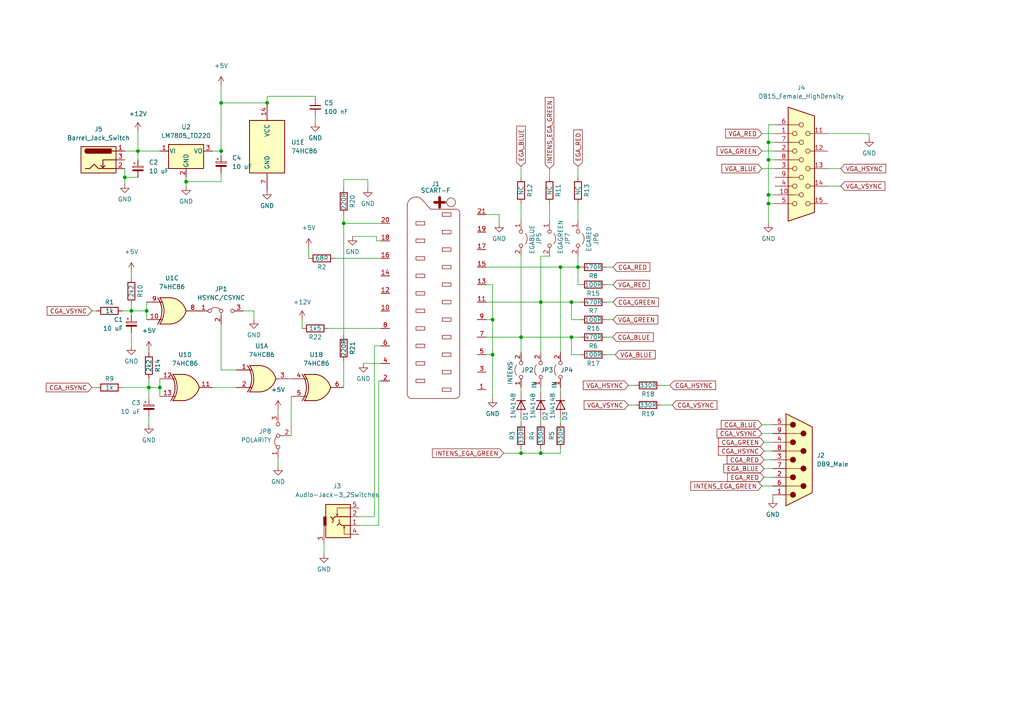
<source format=kicad_sch>
(kicad_sch (version 20211123) (generator eeschema)
  (paper "A4")
  (lib_symbols
    (symbol "74xx:74HC86" (pin_names (offset 1.016))
      (property "Reference" "U" (at 0 1.27 0))
      (property "Value" "74HC86" (at 0 -1.27 0))
      (symbol "74HC86_1_0"
        (arc (start -4.4196 -3.81) (mid -3.2033 0) (end -4.4196 3.81) (stroke (width 0.254)))
        (arc (start -3.81 -3.81) (mid -2.589 0) (end -3.81 3.81) (stroke (width 0.254)))
        (arc (start -0.6096 -3.81) (mid 2.1855 -2.584) (end 3.81 0) (stroke (width 0.254)) (fill (type background)))
        (polyline (pts (xy -3.81 -3.81) (xy -0.635 -3.81)) (stroke (width 0.254)) (fill (type background)))
        (polyline (pts (xy -3.81 3.81) (xy -0.635 3.81)) (stroke (width 0.254)) (fill (type background)))
        (polyline (pts (xy -0.635 3.81) (xy -3.81 3.81) (xy -3.81 3.81) (xy -3.556 3.4036) (xy -3.0226 2.2606) (xy -2.6924 1.0414) (xy -2.6162 -0.254) (xy -2.7686 -1.4986) (xy -3.175 -2.7178) (xy -3.81 -3.81) (xy -3.81 -3.81) (xy -0.635 -3.81)) (stroke (width -25.4)) (fill (type background)))
        (arc (start 3.81 0) (mid 2.1928 2.5925) (end -0.6096 3.81) (stroke (width 0.254)) (fill (type background)))
        (pin input line (at -7.62 2.54 0) (length 4.445) (name "~") (number "1"))
        (pin input line (at -7.62 -2.54 0) (length 4.445) (name "~") (number "2"))
        (pin output line (at 7.62 0 180) (length 3.81) (name "~") (number "3"))
      )
      (symbol "74HC86_1_1"
        (polyline (pts (xy -3.81 -2.54) (xy -3.175 -2.54)) (stroke (width 0.1524)))
        (polyline (pts (xy -3.81 2.54) (xy -3.175 2.54)) (stroke (width 0.1524)))
      )
      (symbol "74HC86_2_0"
        (arc (start -4.4196 -3.81) (mid -3.2033 0) (end -4.4196 3.81) (stroke (width 0.254)))
        (arc (start -3.81 -3.81) (mid -2.589 0) (end -3.81 3.81) (stroke (width 0.254)))
        (arc (start -0.6096 -3.81) (mid 2.1855 -2.584) (end 3.81 0) (stroke (width 0.254)) (fill (type background)))
        (polyline (pts (xy -3.81 -3.81) (xy -0.635 -3.81)) (stroke (width 0.254)) (fill (type background)))
        (polyline (pts (xy -3.81 3.81) (xy -0.635 3.81)) (stroke (width 0.254)) (fill (type background)))
        (polyline (pts (xy -0.635 3.81) (xy -3.81 3.81) (xy -3.81 3.81) (xy -3.556 3.4036) (xy -3.0226 2.2606) (xy -2.6924 1.0414) (xy -2.6162 -0.254) (xy -2.7686 -1.4986) (xy -3.175 -2.7178) (xy -3.81 -3.81) (xy -3.81 -3.81) (xy -0.635 -3.81)) (stroke (width -25.4)) (fill (type background)))
        (arc (start 3.81 0) (mid 2.1928 2.5925) (end -0.6096 3.81) (stroke (width 0.254)) (fill (type background)))
        (pin input line (at -7.62 2.54 0) (length 4.445) (name "~") (number "4"))
        (pin input line (at -7.62 -2.54 0) (length 4.445) (name "~") (number "5"))
        (pin output line (at 7.62 0 180) (length 3.81) (name "~") (number "6"))
      )
      (symbol "74HC86_2_1"
        (polyline (pts (xy -3.81 -2.54) (xy -3.175 -2.54)) (stroke (width 0.1524)))
        (polyline (pts (xy -3.81 2.54) (xy -3.175 2.54)) (stroke (width 0.1524)))
      )
      (symbol "74HC86_3_0"
        (arc (start -4.4196 -3.81) (mid -3.2033 0) (end -4.4196 3.81) (stroke (width 0.254)))
        (arc (start -3.81 -3.81) (mid -2.589 0) (end -3.81 3.81) (stroke (width 0.254)))
        (arc (start -0.6096 -3.81) (mid 2.1855 -2.584) (end 3.81 0) (stroke (width 0.254)) (fill (type background)))
        (polyline (pts (xy -3.81 -3.81) (xy -0.635 -3.81)) (stroke (width 0.254)) (fill (type background)))
        (polyline (pts (xy -3.81 3.81) (xy -0.635 3.81)) (stroke (width 0.254)) (fill (type background)))
        (polyline (pts (xy -0.635 3.81) (xy -3.81 3.81) (xy -3.81 3.81) (xy -3.556 3.4036) (xy -3.0226 2.2606) (xy -2.6924 1.0414) (xy -2.6162 -0.254) (xy -2.7686 -1.4986) (xy -3.175 -2.7178) (xy -3.81 -3.81) (xy -3.81 -3.81) (xy -0.635 -3.81)) (stroke (width -25.4)) (fill (type background)))
        (arc (start 3.81 0) (mid 2.1928 2.5925) (end -0.6096 3.81) (stroke (width 0.254)) (fill (type background)))
        (pin input line (at -7.62 -2.54 0) (length 4.445) (name "~") (number "10"))
        (pin output line (at 7.62 0 180) (length 3.81) (name "~") (number "8"))
        (pin input line (at -7.62 2.54 0) (length 4.445) (name "~") (number "9"))
      )
      (symbol "74HC86_3_1"
        (polyline (pts (xy -3.81 -2.54) (xy -3.175 -2.54)) (stroke (width 0.1524)))
        (polyline (pts (xy -3.81 2.54) (xy -3.175 2.54)) (stroke (width 0.1524)))
      )
      (symbol "74HC86_4_0"
        (arc (start -4.4196 -3.81) (mid -3.2033 0) (end -4.4196 3.81) (stroke (width 0.254)))
        (arc (start -3.81 -3.81) (mid -2.589 0) (end -3.81 3.81) (stroke (width 0.254)))
        (arc (start -0.6096 -3.81) (mid 2.1855 -2.584) (end 3.81 0) (stroke (width 0.254)) (fill (type background)))
        (polyline (pts (xy -3.81 -3.81) (xy -0.635 -3.81)) (stroke (width 0.254)) (fill (type background)))
        (polyline (pts (xy -3.81 3.81) (xy -0.635 3.81)) (stroke (width 0.254)) (fill (type background)))
        (polyline (pts (xy -0.635 3.81) (xy -3.81 3.81) (xy -3.81 3.81) (xy -3.556 3.4036) (xy -3.0226 2.2606) (xy -2.6924 1.0414) (xy -2.6162 -0.254) (xy -2.7686 -1.4986) (xy -3.175 -2.7178) (xy -3.81 -3.81) (xy -3.81 -3.81) (xy -0.635 -3.81)) (stroke (width -25.4)) (fill (type background)))
        (arc (start 3.81 0) (mid 2.1928 2.5925) (end -0.6096 3.81) (stroke (width 0.254)) (fill (type background)))
        (pin output line (at 7.62 0 180) (length 3.81) (name "~") (number "11"))
        (pin input line (at -7.62 2.54 0) (length 4.445) (name "~") (number "12"))
        (pin input line (at -7.62 -2.54 0) (length 4.445) (name "~") (number "13"))
      )
      (symbol "74HC86_4_1"
        (polyline (pts (xy -3.81 -2.54) (xy -3.175 -2.54)) (stroke (width 0.1524)))
        (polyline (pts (xy -3.81 2.54) (xy -3.175 2.54)) (stroke (width 0.1524)))
      )
      (symbol "74HC86_5_0"
        (pin power_in line (at 0 12.7 270) (length 5.08) (name "VCC") (number "14"))
        (pin power_in line (at 0 -12.7 90) (length 5.08) (name "GND") (number "7"))
      )
      (symbol "74HC86_5_1"
        (rectangle (start -5.08 7.62) (end 5.08 -7.62) (stroke (width 0.254)) (fill (type background)))
      )
    )
    (symbol "Connector:Barrel_Jack_Switch" (pin_names hide)
      (property "Reference" "J" (at 0 5.334 0))
      (property "Value" "Barrel_Jack_Switch" (at 0 -5.08 0))
      (symbol "Barrel_Jack_Switch_0_1"
        (rectangle (start -5.08 3.81) (end 5.08 -3.81) (stroke (width 0.254)) (fill (type background)))
        (arc (start -3.302 3.175) (mid -3.937 2.54) (end -3.302 1.905) (stroke (width 0.254)))
        (arc (start -3.302 3.175) (mid -3.937 2.54) (end -3.302 1.905) (stroke (width 0.254)) (fill (type outline)))
        (polyline (pts (xy 1.27 -2.286) (xy 1.905 -1.651)) (stroke (width 0.254)))
        (polyline (pts (xy 5.08 2.54) (xy 3.81 2.54)) (stroke (width 0.254)))
        (polyline (pts (xy 5.08 0) (xy 1.27 0) (xy 1.27 -2.286) (xy 0.635 -1.651)) (stroke (width 0.254)))
        (polyline (pts (xy -3.81 -2.54) (xy -2.54 -2.54) (xy -1.27 -1.27) (xy 0 -2.54) (xy 2.54 -2.54) (xy 5.08 -2.54)) (stroke (width 0.254)))
        (rectangle (start 3.683 3.175) (end -3.302 1.905) (stroke (width 0.254)) (fill (type outline)))
      )
      (symbol "Barrel_Jack_Switch_1_1"
        (pin passive line (at 7.62 2.54 180) (length 2.54) (name "~") (number "1"))
        (pin passive line (at 7.62 -2.54 180) (length 2.54) (name "~") (number "2"))
        (pin passive line (at 7.62 0 180) (length 2.54) (name "~") (number "3"))
      )
    )
    (symbol "Connector:DB15_Female_HighDensity" (pin_names (offset 1.016) hide)
      (property "Reference" "J" (at 0 21.59 0))
      (property "Value" "DB15_Female_HighDensity" (at 0 19.05 0))
      (symbol "DB15_Female_HighDensity_0_1"
        (circle (center -1.905 -10.16) (radius 0.635))
        (circle (center -1.905 -5.08) (radius 0.635))
        (circle (center -1.905 0) (radius 0.635))
        (circle (center -1.905 5.08) (radius 0.635))
        (circle (center -1.905 10.16) (radius 0.635))
        (circle (center 0 -7.62) (radius 0.635))
        (circle (center 0 -2.54) (radius 0.635))
        (polyline (pts (xy -3.175 7.62) (xy -0.635 7.62)))
        (polyline (pts (xy -0.635 -7.62) (xy -3.175 -7.62)))
        (polyline (pts (xy -0.635 -2.54) (xy -3.175 -2.54)))
        (polyline (pts (xy -0.635 2.54) (xy -3.175 2.54)))
        (polyline (pts (xy -0.635 12.7) (xy -3.175 12.7)))
        (polyline (pts (xy -3.81 17.78) (xy -3.81 -15.24) (xy 3.81 -12.7) (xy 3.81 15.24) (xy -3.81 17.78)) (stroke (width 0.254)) (fill (type background)))
        (circle (center 0 2.54) (radius 0.635))
        (circle (center 0 7.62) (radius 0.635))
        (circle (center 0 12.7) (radius 0.635))
        (circle (center 1.905 -10.16) (radius 0.635))
        (circle (center 1.905 -5.08) (radius 0.635))
        (circle (center 1.905 0) (radius 0.635))
        (circle (center 1.905 5.08) (radius 0.635))
        (circle (center 1.905 10.16) (radius 0.635))
      )
      (symbol "DB15_Female_HighDensity_1_1"
        (pin passive line (at -7.62 10.16 0) (length 5.08) (name "~") (number "1"))
        (pin passive line (at -7.62 -7.62 0) (length 5.08) (name "~") (number "10"))
        (pin passive line (at 7.62 10.16 180) (length 5.08) (name "~") (number "11"))
        (pin passive line (at 7.62 5.08 180) (length 5.08) (name "~") (number "12"))
        (pin passive line (at 7.62 0 180) (length 5.08) (name "~") (number "13"))
        (pin passive line (at 7.62 -5.08 180) (length 5.08) (name "~") (number "14"))
        (pin passive line (at 7.62 -10.16 180) (length 5.08) (name "~") (number "15"))
        (pin passive line (at -7.62 5.08 0) (length 5.08) (name "~") (number "2"))
        (pin passive line (at -7.62 0 0) (length 5.08) (name "~") (number "3"))
        (pin passive line (at -7.62 -5.08 0) (length 5.08) (name "~") (number "4"))
        (pin passive line (at -7.62 -10.16 0) (length 5.08) (name "~") (number "5"))
        (pin passive line (at -7.62 12.7 0) (length 5.08) (name "~") (number "6"))
        (pin passive line (at -7.62 7.62 0) (length 5.08) (name "~") (number "7"))
        (pin passive line (at -7.62 2.54 0) (length 5.08) (name "~") (number "8"))
        (pin passive line (at -7.62 -2.54 0) (length 5.08) (name "~") (number "9"))
      )
    )
    (symbol "Connector:DB9_Male" (pin_names (offset 1.016) hide)
      (property "Reference" "J" (at 0 13.97 0))
      (property "Value" "DB9_Male" (at 0 -14.605 0))
      (symbol "DB9_Male_0_1"
        (circle (center -1.778 -10.16) (radius 0.762) (fill (type outline)))
        (circle (center -1.778 -5.08) (radius 0.762) (fill (type outline)))
        (circle (center -1.778 0) (radius 0.762) (fill (type outline)))
        (circle (center -1.778 5.08) (radius 0.762) (fill (type outline)))
        (circle (center -1.778 10.16) (radius 0.762) (fill (type outline)))
        (polyline (pts (xy -3.81 -10.16) (xy -2.54 -10.16)))
        (polyline (pts (xy -3.81 -7.62) (xy 0.508 -7.62)))
        (polyline (pts (xy -3.81 -5.08) (xy -2.54 -5.08)))
        (polyline (pts (xy -3.81 -2.54) (xy 0.508 -2.54)))
        (polyline (pts (xy -3.81 0) (xy -2.54 0)))
        (polyline (pts (xy -3.81 2.54) (xy 0.508 2.54)))
        (polyline (pts (xy -3.81 5.08) (xy -2.54 5.08)))
        (polyline (pts (xy -3.81 7.62) (xy 0.508 7.62)))
        (polyline (pts (xy -3.81 10.16) (xy -2.54 10.16)))
        (polyline (pts (xy -3.81 -13.335) (xy -3.81 13.335) (xy 3.81 9.525) (xy 3.81 -9.525) (xy -3.81 -13.335)) (stroke (width 0.254)) (fill (type background)))
        (circle (center 1.27 -7.62) (radius 0.762) (fill (type outline)))
        (circle (center 1.27 -2.54) (radius 0.762) (fill (type outline)))
        (circle (center 1.27 2.54) (radius 0.762) (fill (type outline)))
        (circle (center 1.27 7.62) (radius 0.762) (fill (type outline)))
      )
      (symbol "DB9_Male_1_1"
        (pin passive line (at -7.62 -10.16 0) (length 3.81) (name "1") (number "1"))
        (pin passive line (at -7.62 -5.08 0) (length 3.81) (name "2") (number "2"))
        (pin passive line (at -7.62 0 0) (length 3.81) (name "3") (number "3"))
        (pin passive line (at -7.62 5.08 0) (length 3.81) (name "4") (number "4"))
        (pin passive line (at -7.62 10.16 0) (length 3.81) (name "5") (number "5"))
        (pin passive line (at -7.62 -7.62 0) (length 3.81) (name "6") (number "6"))
        (pin passive line (at -7.62 -2.54 0) (length 3.81) (name "7") (number "7"))
        (pin passive line (at -7.62 2.54 0) (length 3.81) (name "8") (number "8"))
        (pin passive line (at -7.62 7.62 0) (length 3.81) (name "9") (number "9"))
      )
    )
    (symbol "Connector:SCART-F" (pin_names (offset 0.762) hide)
      (property "Reference" "J" (at 0 31.75 0))
      (property "Value" "SCART-F" (at 1.016 -29.21 0))
      (symbol "SCART-F_0_1"
        (arc (start -7.62 -26.67) (mid -7.248 -27.568) (end -6.35 -27.94))
        (arc (start -6.604 26.9494) (mid -7.3224 26.6518) (end -7.62 25.9334))
        (rectangle (start -5.08 -24.892) (end -2.54 -25.908))
        (rectangle (start -5.08 -19.812) (end -2.54 -20.828))
        (rectangle (start -5.08 -14.732) (end -2.54 -15.748))
        (rectangle (start -5.08 -9.652) (end -2.54 -10.668))
        (rectangle (start -5.08 -4.572) (end -2.54 -5.588))
        (rectangle (start -5.08 0.508) (end -2.54 -0.508))
        (rectangle (start -5.08 5.588) (end -2.54 4.572))
        (rectangle (start -5.08 10.668) (end -2.54 9.652))
        (rectangle (start -5.08 15.748) (end -2.54 14.732))
        (rectangle (start -5.08 20.828) (end -2.54 19.812))
        (rectangle (start -5.08 25.908) (end -2.54 24.892))
        (circle (center -5.08 28.956) (radius 1.27))
        (polyline (pts (xy -7.62 22.86) (xy -7.62 -26.67)))
        (polyline (pts (xy -7.62 22.86) (xy -7.62 24.13)))
        (polyline (pts (xy -7.62 24.6634) (xy -7.62 24.13)))
        (polyline (pts (xy -7.62 24.6634) (xy -7.62 25.9334)))
        (polyline (pts (xy -6.604 26.9494) (xy 0.508 26.9494)))
        (polyline (pts (xy -6.35 -27.94) (xy 6.35 -27.94)))
        (polyline (pts (xy 3.302 29.718) (xy 1.27 27.432)))
        (polyline (pts (xy 4.826 30.48) (xy 5.08 30.48)))
        (polyline (pts (xy 7.62 -26.67) (xy 7.62 28.2194)))
        (arc (start 0.508 26.924) (mid 0.955 27.0688) (end 1.2192 27.4574))
        (rectangle (start 2.54 -22.352) (end 5.08 -23.368))
        (rectangle (start 2.54 -17.272) (end 5.08 -18.288))
        (rectangle (start 2.54 -12.192) (end 5.08 -13.208))
        (rectangle (start 2.54 -7.112) (end 5.08 -8.128))
        (rectangle (start 2.54 -2.032) (end 5.08 -3.048))
        (rectangle (start 2.54 3.048) (end 5.08 2.032))
        (rectangle (start 2.54 8.128) (end 5.08 7.112))
        (rectangle (start 2.54 13.208) (end 5.08 12.192))
        (rectangle (start 2.54 18.288) (end 5.08 17.272))
        (rectangle (start 2.54 23.368) (end 5.08 22.352))
        (arc (start 4.826 30.48) (mid 4.0004 30.2733) (end 3.3782 29.6926))
        (arc (start 6.35 -27.94) (mid 7.248 -27.568) (end 7.62 -26.67))
        (arc (start 7.62 27.94) (mid 6.8761 29.7361) (end 5.08 30.48))
        (text "+" (at -1.778 29.21 0) (effects (font (size 3.81 3.81) bold)))
      )
      (symbol "SCART-F_1_1"
        (pin passive line (at -15.24 -25.4 0) (length 2.54) (name "P1") (number "1"))
        (pin passive line (at 15.24 -2.54 180) (length 2.54) (name "P10") (number "10"))
        (pin passive line (at -15.24 0 0) (length 2.54) (name "P11") (number "11"))
        (pin passive line (at 15.24 2.54 180) (length 2.54) (name "P12") (number "12"))
        (pin passive line (at -15.24 5.08 0) (length 2.54) (name "P13") (number "13"))
        (pin passive line (at 15.24 7.62 180) (length 2.54) (name "P14") (number "14"))
        (pin passive line (at -15.24 10.16 0) (length 2.54) (name "P15") (number "15"))
        (pin passive line (at 15.24 12.7 180) (length 2.54) (name "P16") (number "16"))
        (pin passive line (at -15.24 15.24 0) (length 2.54) (name "P17") (number "17"))
        (pin passive line (at 15.24 17.78 180) (length 2.54) (name "P18") (number "18"))
        (pin passive line (at -15.24 20.32 0) (length 2.54) (name "P19") (number "19"))
        (pin passive line (at 15.24 -22.86 180) (length 2.54) (name "P2") (number "2"))
        (pin passive line (at 15.24 22.86 180) (length 2.54) (name "P20") (number "20"))
        (pin passive line (at -15.24 25.4 0) (length 2.54) (name "P21") (number "21"))
        (pin passive line (at -15.24 -20.32 0) (length 2.54) (name "P3") (number "3"))
        (pin passive line (at 15.24 -17.78 180) (length 2.54) (name "P4") (number "4"))
        (pin passive line (at -15.24 -15.24 0) (length 2.54) (name "P5") (number "5"))
        (pin passive line (at 15.24 -12.7 180) (length 2.54) (name "P6") (number "6"))
        (pin passive line (at -15.24 -10.16 0) (length 2.54) (name "P7") (number "7"))
        (pin passive line (at 15.24 -7.62 180) (length 2.54) (name "P8") (number "8"))
        (pin passive line (at -15.24 -5.08 0) (length 2.54) (name "P9") (number "9"))
      )
    )
    (symbol "Device:C_Polarized_Small" (pin_numbers hide) (pin_names (offset 0.254) hide)
      (property "Reference" "C" (at 0.254 1.778 0))
      (property "Value" "C_Polarized_Small" (at 0.254 -2.032 0))
      (symbol "C_Polarized_Small_0_1"
        (rectangle (start -1.524 -0.3048) (end 1.524 -0.6858) (fill (type outline)))
        (rectangle (start -1.524 0.6858) (end 1.524 0.3048))
        (polyline (pts (xy -1.27 1.524) (xy -0.762 1.524)))
        (polyline (pts (xy -1.016 1.27) (xy -1.016 1.778)))
      )
      (symbol "C_Polarized_Small_1_1"
        (pin passive line (at 0 2.54 270) (length 1.8542) (name "~") (number "1"))
        (pin passive line (at 0 -2.54 90) (length 1.8542) (name "~") (number "2"))
      )
    )
    (symbol "Device:C_Small" (pin_numbers hide) (pin_names (offset 0.254) hide)
      (property "Reference" "C" (at 0.254 1.778 0))
      (property "Value" "C_Small" (at 0.254 -2.032 0))
      (symbol "C_Small_0_1"
        (polyline (pts (xy -1.524 -0.508) (xy 1.524 -0.508)) (stroke (width 0.3302)))
        (polyline (pts (xy -1.524 0.508) (xy 1.524 0.508)) (stroke (width 0.3048)))
      )
      (symbol "C_Small_1_1"
        (pin passive line (at 0 2.54 270) (length 2.032) (name "~") (number "1"))
        (pin passive line (at 0 -2.54 90) (length 2.032) (name "~") (number "2"))
      )
    )
    (symbol "Device:D" (pin_numbers hide) (pin_names (offset 1.016) hide)
      (property "Reference" "D" (at 0 2.54 0))
      (property "Value" "D" (at 0 -2.54 0))
      (symbol "D_0_1"
        (polyline (pts (xy -1.27 1.27) (xy -1.27 -1.27)) (stroke (width 0.254)))
        (polyline (pts (xy 1.27 0) (xy -1.27 0)))
        (polyline (pts (xy 1.27 1.27) (xy 1.27 -1.27) (xy -1.27 0) (xy 1.27 1.27)) (stroke (width 0.254)))
      )
      (symbol "D_1_1"
        (pin passive line (at -3.81 0 0) (length 2.54) (name "K") (number "1"))
        (pin passive line (at 3.81 0 180) (length 2.54) (name "A") (number "2"))
      )
    )
    (symbol "Device:R" (pin_numbers hide) (pin_names (offset 0))
      (property "Reference" "R" (at 2.032 0 90))
      (property "Value" "R" (at 0 0 90))
      (symbol "R_0_1"
        (rectangle (start -1.016 -2.54) (end 1.016 2.54) (stroke (width 0.254)))
      )
      (symbol "R_1_1"
        (pin passive line (at 0 3.81 270) (length 1.27) (name "~") (number "1"))
        (pin passive line (at 0 -3.81 90) (length 1.27) (name "~") (number "2"))
      )
    )
    (symbol "Jumper:Jumper_2_Open" (pin_names (offset 0) hide)
      (property "Reference" "JP" (at 0 2.794 0))
      (property "Value" "Jumper_2_Open" (at 0 -2.286 0))
      (symbol "Jumper_2_Open_0_0"
        (circle (center -2.032 0) (radius 0.508))
        (circle (center 2.032 0) (radius 0.508))
      )
      (symbol "Jumper_2_Open_0_1"
        (arc (start 1.524 1.27) (mid 0 1.778) (end -1.524 1.27))
      )
      (symbol "Jumper_2_Open_1_1"
        (pin passive line (at -5.08 0 0) (length 2.54) (name "A") (number "1"))
        (pin passive line (at 5.08 0 180) (length 2.54) (name "B") (number "2"))
      )
    )
    (symbol "Jumper:Jumper_3_Bridged12" (pin_names (offset 0) hide)
      (property "Reference" "JP" (at -2.54 -2.54 0))
      (property "Value" "Jumper_3_Bridged12" (at 0 2.794 0))
      (symbol "Jumper_3_Bridged12_0_0"
        (circle (center -3.302 0) (radius 0.508))
        (circle (center 0 0) (radius 0.508))
        (circle (center 3.302 0) (radius 0.508))
      )
      (symbol "Jumper_3_Bridged12_0_1"
        (arc (start -0.254 0.508) (mid -1.651 0.9912) (end -3.048 0.508))
        (polyline (pts (xy 0 -1.27) (xy 0 -0.508)))
      )
      (symbol "Jumper_3_Bridged12_1_1"
        (pin passive line (at -6.35 0 0) (length 2.54) (name "A") (number "1"))
        (pin passive line (at 0 -3.81 90) (length 2.54) (name "C") (number "2"))
        (pin passive line (at 6.35 0 180) (length 2.54) (name "B") (number "3"))
      )
    )
    (symbol "Regulator_Linear:LM7805_TO220" (pin_names (offset 0.254))
      (property "Reference" "U" (at -3.81 3.175 0))
      (property "Value" "LM7805_TO220" (at 0 3.175 0))
      (symbol "LM7805_TO220_0_1"
        (rectangle (start -5.08 1.905) (end 5.08 -5.08) (stroke (width 0.254)) (fill (type background)))
      )
      (symbol "LM7805_TO220_1_1"
        (pin power_in line (at -7.62 0 0) (length 2.54) (name "VI") (number "1"))
        (pin power_in line (at 0 -7.62 90) (length 2.54) (name "GND") (number "2"))
        (pin power_out line (at 7.62 0 180) (length 2.54) (name "VO") (number "3"))
      )
    )
    (symbol "audio-jack-3_2switches:Audio-Jack-3_2Switches" (pin_names (offset 1.016))
      (property "Reference" "J" (at 0 7.366 0))
      (property "Value" "Audio-Jack-3_2Switches" (at -3.81 -5.08 0))
      (symbol "Audio-Jack-3_2Switches_0_0"
        (rectangle (start -4.572 6.096) (end 2.54 -3.556) (stroke (width 0.254)) (fill (type background)))
        (polyline (pts (xy -5.08 -2.54) (xy -5.08 0)))
        (polyline (pts (xy -1.27 2.794) (xy -1.016 3.302)))
        (polyline (pts (xy 1.016 -0.762) (xy 0.762 -0.254)))
        (polyline (pts (xy 2.54 -2.54) (xy 0.762 -2.54) (xy 0.762 -0.254) (xy 0.508 -0.762)))
        (polyline (pts (xy 2.54 5.08) (xy -1.27 5.08) (xy -1.27 2.794) (xy -1.524 3.302)))
        (text "1" (at -0.635 1.27 0) (effects (font (size 0.762 0.762))))
        (text "2" (at -2.54 1.27 0) (effects (font (size 0.762 0.762))))
      )
      (symbol "Audio-Jack-3_2Switches_0_1"
        (rectangle (start -4.445 0) (end -5.207 2.54) (fill (type outline)))
        (polyline (pts (xy -1.27 0) (xy -0.635 0.635) (xy 0 0) (xy 2.54 0)) (stroke (width 0.254)))
        (polyline (pts (xy 2.54 2.54) (xy -1.905 2.54) (xy -2.54 1.905) (xy -3.175 2.54)) (stroke (width 0.254)))
      )
      (symbol "Audio-Jack-3_2Switches_1_1"
        (pin passive line (at 5.08 0 180) (length 2.54) (name "~") (number "1"))
        (pin passive line (at 5.08 2.54 180) (length 2.54) (name "~") (number "2"))
        (pin passive line (at -5.08 -5.08 90) (length 2.54) (name "~") (number "3"))
        (pin passive line (at 5.08 -2.54 180) (length 2.54) (name "~") (number "4"))
        (pin passive line (at 5.08 5.08 180) (length 2.54) (name "~") (number "5"))
      )
    )
    (symbol "power:+12V" (power) (pin_names (offset 0))
      (property "Value" "+12V" (at 0 3.556 0))
      (symbol "+12V_0_1"
        (polyline (pts (xy -0.762 1.27) (xy 0 2.54)))
        (polyline (pts (xy 0 0) (xy 0 2.54)))
        (polyline (pts (xy 0 2.54) (xy 0.762 1.27)))
      )
      (symbol "+12V_1_1"
        (pin power_in line (at 0 0 90) (length 0) hide (name "+12V") (number "1"))
      )
    )
    (symbol "power:+5V" (power) (pin_names (offset 0))
      (property "Value" "+5V" (at 0 3.556 0))
      (symbol "+5V_0_1"
        (polyline (pts (xy -0.762 1.27) (xy 0 2.54)))
        (polyline (pts (xy 0 0) (xy 0 2.54)))
        (polyline (pts (xy 0 2.54) (xy 0.762 1.27)))
      )
      (symbol "+5V_1_1"
        (pin power_in line (at 0 0 90) (length 0) hide (name "+5V") (number "1"))
      )
    )
    (symbol "power:GND" (power) (pin_names (offset 0))
      (property "Value" "GND" (at 0 -3.81 0))
      (symbol "GND_0_1"
        (polyline (pts (xy 0 0) (xy 0 -1.27) (xy 1.27 -1.27) (xy 0 -2.54) (xy -1.27 -1.27) (xy 0 -1.27)))
      )
      (symbol "GND_1_1"
        (pin power_in line (at 0 0 270) (length 0) hide (name "GND") (number "1"))
      )
    )
  )
  (junction (at 162.56 77.47))
  (junction (at 222.885 59.055))
  (junction (at 222.885 56.515))
  (junction (at 151.13 97.79))
  (junction (at 99.695 64.77))
  (junction (at 142.875 102.87))
  (junction (at 38.1 90.17))
  (junction (at 40.005 43.815))
  (junction (at 222.885 41.275))
  (junction (at 64.135 43.815))
  (junction (at 53.975 52.705))
  (junction (at 165.735 97.79))
  (junction (at 165.735 87.63))
  (junction (at 156.845 87.63))
  (junction (at 42.545 90.17))
  (junction (at 151.13 131.445))
  (junction (at 77.47 29.845))
  (junction (at 43.18 112.395))
  (junction (at 64.135 29.845))
  (junction (at 222.885 46.355))
  (junction (at 36.195 51.435))
  (junction (at 156.845 131.445))
  (junction (at 167.64 77.47))
  (junction (at 142.875 92.71))
  (junction (at 46.355 112.395))
  (wire (pts (xy 222.885 46.355) (xy 222.885 56.515)))
  (wire (pts (xy 167.64 74.295) (xy 167.64 77.47)))
  (wire (pts (xy 106.68 52.07) (xy 106.68 54.61)))
  (wire (pts (xy 38.1 78.74) (xy 38.1 80.645)))
  (wire (pts (xy 221.615 138.43) (xy 224.155 138.43)))
  (wire (pts (xy 162.56 121.285) (xy 162.56 122.555)))
  (wire (pts (xy 42.545 87.63) (xy 42.545 90.17)))
  (wire (pts (xy 162.56 77.47) (xy 140.97 77.47)))
  (wire (pts (xy 165.735 97.79) (xy 165.735 102.87)))
  (wire (pts (xy 64.135 24.765) (xy 64.135 29.845)))
  (wire (pts (xy 222.885 56.515) (xy 222.885 59.055)))
  (wire (pts (xy 64.135 45.085) (xy 64.135 43.815)))
  (wire (pts (xy 151.13 48.26) (xy 151.13 51.435)))
  (wire (pts (xy 64.135 93.98) (xy 64.135 107.315)))
  (wire (pts (xy 80.645 132.715) (xy 80.645 135.255)))
  (wire (pts (xy 91.44 27.94) (xy 91.44 28.575)))
  (wire (pts (xy 175.895 97.79) (xy 177.673 97.79)))
  (wire (pts (xy 80.645 118.745) (xy 80.645 120.015)))
  (wire (pts (xy 162.56 77.47) (xy 162.56 102.235)))
  (wire (pts (xy 156.845 112.395) (xy 156.845 113.665)))
  (wire (pts (xy 165.735 97.79) (xy 168.275 97.79)))
  (wire (pts (xy 64.135 107.315) (xy 68.58 107.315)))
  (wire (pts (xy 43.18 109.855) (xy 43.18 112.395)))
  (wire (pts (xy 38.1 91.44) (xy 38.1 90.17)))
  (wire (pts (xy 142.875 92.71) (xy 142.875 102.87)))
  (wire (pts (xy 224.155 143.51) (xy 224.155 144.78)))
  (wire (pts (xy 109.22 69.85) (xy 110.49 69.85)))
  (wire (pts (xy 46.355 109.855) (xy 46.355 112.395)))
  (wire (pts (xy 43.18 120.65) (xy 43.18 123.19)))
  (wire (pts (xy 99.695 54.61) (xy 99.695 52.07)))
  (wire (pts (xy 77.47 29.845) (xy 77.47 27.94)))
  (wire (pts (xy 151.13 112.395) (xy 151.13 113.665)))
  (wire (pts (xy 175.895 82.55) (xy 177.8 82.55)))
  (wire (pts (xy 220.98 38.735) (xy 224.79 38.735)))
  (wire (pts (xy 156.845 87.63) (xy 165.735 87.63)))
  (wire (pts (xy 156.845 131.445) (xy 162.56 131.445)))
  (wire (pts (xy 175.895 102.87) (xy 178.435 102.87)))
  (wire (pts (xy 99.695 104.775) (xy 99.695 112.395)))
  (wire (pts (xy 40.005 43.815) (xy 40.005 46.355)))
  (wire (pts (xy 97.155 74.93) (xy 110.49 74.93)))
  (wire (pts (xy 167.64 77.47) (xy 167.64 82.55)))
  (wire (pts (xy 156.845 130.175) (xy 156.845 131.445)))
  (wire (pts (xy 240.03 53.975) (xy 243.84 53.975)))
  (wire (pts (xy 38.1 96.52) (xy 38.1 100.33)))
  (wire (pts (xy 105.41 105.41) (xy 110.49 105.41)))
  (wire (pts (xy 99.695 62.23) (xy 99.695 64.77)))
  (wire (pts (xy 162.56 112.395) (xy 162.56 113.665)))
  (wire (pts (xy 99.695 64.77) (xy 110.49 64.77)))
  (wire (pts (xy 99.695 64.77) (xy 99.695 97.155)))
  (wire (pts (xy 191.77 117.475) (xy 194.945 117.475)))
  (wire (pts (xy 64.135 50.165) (xy 64.135 52.705)))
  (wire (pts (xy 40.005 43.815) (xy 46.355 43.815)))
  (wire (pts (xy 70.485 90.17) (xy 73.66 90.17)))
  (wire (pts (xy 182.245 111.76) (xy 184.15 111.76)))
  (wire (pts (xy 26.67 90.17) (xy 27.94 90.17)))
  (wire (pts (xy 108.585 149.86) (xy 108.585 100.33)))
  (wire (pts (xy 146.05 131.445) (xy 151.13 131.445)))
  (wire (pts (xy 64.135 52.705) (xy 53.975 52.705)))
  (wire (pts (xy 151.13 97.79) (xy 165.735 97.79)))
  (wire (pts (xy 53.975 51.435) (xy 53.975 52.705)))
  (wire (pts (xy 104.14 149.86) (xy 108.585 149.86)))
  (wire (pts (xy 40.005 38.1) (xy 40.005 43.815)))
  (wire (pts (xy 109.855 110.49) (xy 110.49 110.49)))
  (wire (pts (xy 64.135 43.815) (xy 61.595 43.815)))
  (wire (pts (xy 53.975 52.705) (xy 53.975 53.975)))
  (wire (pts (xy 220.98 123.19) (xy 224.155 123.19)))
  (wire (pts (xy 64.135 29.845) (xy 64.135 43.815)))
  (wire (pts (xy 142.875 102.87) (xy 142.875 115.57)))
  (wire (pts (xy 165.735 92.71) (xy 168.275 92.71)))
  (wire (pts (xy 110.49 95.25) (xy 95.25 95.25)))
  (wire (pts (xy 175.895 92.71) (xy 177.8 92.71)))
  (wire (pts (xy 175.895 77.47) (xy 177.8 77.47)))
  (wire (pts (xy 222.885 59.055) (xy 222.885 64.77)))
  (wire (pts (xy 140.97 82.55) (xy 142.875 82.55)))
  (wire (pts (xy 38.1 90.17) (xy 35.56 90.17)))
  (wire (pts (xy 73.66 92.71) (xy 73.66 90.17)))
  (wire (pts (xy 252.095 40.005) (xy 252.095 38.735)))
  (wire (pts (xy 151.13 59.055) (xy 151.13 64.135)))
  (wire (pts (xy 159.385 74.295) (xy 156.845 74.295)))
  (wire (pts (xy 222.885 41.275) (xy 222.885 46.355)))
  (wire (pts (xy 140.97 87.63) (xy 156.845 87.63)))
  (wire (pts (xy 165.735 87.63) (xy 168.275 87.63)))
  (wire (pts (xy 167.64 59.055) (xy 167.64 64.135)))
  (wire (pts (xy 109.855 110.49) (xy 109.855 152.4)))
  (wire (pts (xy 156.845 87.63) (xy 156.845 102.235)))
  (wire (pts (xy 64.135 29.845) (xy 77.47 29.845)))
  (wire (pts (xy 221.615 135.89) (xy 224.155 135.89)))
  (wire (pts (xy 140.97 97.79) (xy 151.13 97.79)))
  (wire (pts (xy 220.98 125.73) (xy 224.155 125.73)))
  (wire (pts (xy 104.14 152.4) (xy 109.855 152.4)))
  (wire (pts (xy 222.885 41.275) (xy 224.79 41.275)))
  (wire (pts (xy 102.235 68.58) (xy 109.22 68.58)))
  (wire (pts (xy 167.64 77.47) (xy 162.56 77.47)))
  (wire (pts (xy 222.885 56.515) (xy 224.79 56.515)))
  (wire (pts (xy 83.82 109.855) (xy 84.455 109.855)))
  (wire (pts (xy 91.44 33.655) (xy 91.44 35.56)))
  (wire (pts (xy 142.875 92.71) (xy 140.97 92.71)))
  (wire (pts (xy 156.845 121.285) (xy 156.845 122.555)))
  (wire (pts (xy 191.77 111.76) (xy 194.31 111.76)))
  (wire (pts (xy 77.47 27.94) (xy 91.44 27.94)))
  (wire (pts (xy 36.195 51.435) (xy 40.005 51.435)))
  (wire (pts (xy 221.615 128.27) (xy 224.155 128.27)))
  (wire (pts (xy 159.385 59.055) (xy 159.385 64.135)))
  (wire (pts (xy 36.195 48.895) (xy 36.195 51.435)))
  (wire (pts (xy 26.67 112.395) (xy 27.94 112.395)))
  (wire (pts (xy 87.63 92.71) (xy 87.63 95.25)))
  (wire (pts (xy 156.845 74.295) (xy 156.845 87.63)))
  (wire (pts (xy 222.885 36.195) (xy 222.885 41.275)))
  (wire (pts (xy 38.1 90.17) (xy 42.545 90.17)))
  (wire (pts (xy 175.895 87.63) (xy 177.8 87.63)))
  (wire (pts (xy 46.355 112.395) (xy 46.355 114.935)))
  (wire (pts (xy 93.98 157.48) (xy 93.98 160.655)))
  (wire (pts (xy 142.875 82.55) (xy 142.875 92.71)))
  (wire (pts (xy 168.275 102.87) (xy 165.735 102.87)))
  (wire (pts (xy 144.78 62.23) (xy 144.78 64.77)))
  (wire (pts (xy 240.03 48.895) (xy 243.84 48.895)))
  (wire (pts (xy 109.22 68.58) (xy 109.22 69.85)))
  (wire (pts (xy 43.18 112.395) (xy 43.18 115.57)))
  (wire (pts (xy 167.64 82.55) (xy 168.275 82.55)))
  (wire (pts (xy 84.455 114.935) (xy 84.455 126.365)))
  (wire (pts (xy 151.13 130.175) (xy 151.13 131.445)))
  (wire (pts (xy 38.1 88.265) (xy 38.1 90.17)))
  (wire (pts (xy 222.885 46.355) (xy 224.79 46.355)))
  (wire (pts (xy 220.98 140.97) (xy 224.155 140.97)))
  (wire (pts (xy 61.595 112.395) (xy 68.58 112.395)))
  (wire (pts (xy 167.64 48.26) (xy 167.64 51.435)))
  (wire (pts (xy 167.64 77.47) (xy 168.275 77.47)))
  (wire (pts (xy 151.13 97.79) (xy 151.13 102.235)))
  (wire (pts (xy 35.56 112.395) (xy 43.18 112.395)))
  (wire (pts (xy 42.545 90.17) (xy 42.545 92.71)))
  (wire (pts (xy 151.13 74.295) (xy 151.13 97.79)))
  (wire (pts (xy 99.695 52.07) (xy 106.68 52.07)))
  (wire (pts (xy 162.56 130.175) (xy 162.56 131.445)))
  (wire (pts (xy 221.615 133.35) (xy 224.155 133.35)))
  (wire (pts (xy 220.98 48.895) (xy 224.79 48.895)))
  (wire (pts (xy 252.095 38.735) (xy 240.03 38.735)))
  (wire (pts (xy 36.195 51.435) (xy 36.195 53.34)))
  (wire (pts (xy 220.98 43.815) (xy 224.79 43.815)))
  (wire (pts (xy 159.385 48.895) (xy 159.385 51.435)))
  (wire (pts (xy 43.18 101.6) (xy 43.18 102.235)))
  (wire (pts (xy 108.585 100.33) (xy 110.49 100.33)))
  (wire (pts (xy 224.79 36.195) (xy 222.885 36.195)))
  (wire (pts (xy 40.005 43.815) (xy 36.195 43.815)))
  (wire (pts (xy 151.13 121.285) (xy 151.13 122.555)))
  (wire (pts (xy 222.885 59.055) (xy 224.79 59.055)))
  (wire (pts (xy 221.615 130.81) (xy 224.155 130.81)))
  (wire (pts (xy 43.18 112.395) (xy 46.355 112.395)))
  (wire (pts (xy 144.78 62.23) (xy 140.97 62.23)))
  (wire (pts (xy 89.535 71.755) (xy 89.535 74.93)))
  (wire (pts (xy 151.13 131.445) (xy 156.845 131.445)))
  (wire (pts (xy 140.97 102.87) (xy 142.875 102.87)))
  (wire (pts (xy 182.245 117.475) (xy 184.15 117.475)))
  (wire (pts (xy 165.735 87.63) (xy 165.735 92.71)))
  (global_label "EGA_BLUE" (shape input) (at 151.13 48.26 90) (property "Intersheet References" "${INTERSHEET_REFS}" (effects hide)))
  (global_label "INTENS_EGA_GREEN" (shape input) (at 146.05 131.445 180) (property "Intersheet References" "${INTERSHEET_REFS}" (effects hide)))
  (global_label "VGA_BLUE" (shape input) (at 220.98 48.895 180) (property "Intersheet References" "${INTERSHEET_REFS}" (effects hide)))
  (global_label "VGA_GREEN" (shape input) (at 220.98 43.815 180) (property "Intersheet References" "${INTERSHEET_REFS}" (effects hide)))
  (global_label "EGA_RED" (shape input) (at 167.64 48.26 90) (property "Intersheet References" "${INTERSHEET_REFS}" (effects hide)))
  (global_label "CGA_RED" (shape input) (at 177.8 77.47 0) (property "Intersheet References" "${INTERSHEET_REFS}" (effects hide)))
  (global_label "VGA_HSYNC" (shape input) (at 243.84 48.895 0) (property "Intersheet References" "${INTERSHEET_REFS}" (effects hide)))
  (global_label "VGA_HSYNC" (shape input) (at 182.245 111.76 180) (property "Intersheet References" "${INTERSHEET_REFS}" (effects hide)))
  (global_label "EGA_RED" (shape input) (at 221.615 138.43 180) (property "Intersheet References" "${INTERSHEET_REFS}" (effects hide)))
  (global_label "CGA_BLUE" (shape input) (at 220.98 123.19 180) (property "Intersheet References" "${INTERSHEET_REFS}" (effects hide)))
  (global_label "CGA_VSYNC" (shape input) (at 194.945 117.475 0) (property "Intersheet References" "${INTERSHEET_REFS}" (effects hide)))
  (global_label "VGA_RED" (shape input) (at 177.8 82.55 0) (property "Intersheet References" "${INTERSHEET_REFS}" (effects hide)))
  (global_label "VGA_GREEN" (shape input) (at 177.8 92.71 0) (property "Intersheet References" "${INTERSHEET_REFS}" (effects hide)))
  (global_label "VGA_RED" (shape input) (at 220.98 38.735 180) (property "Intersheet References" "${INTERSHEET_REFS}" (effects hide)))
  (global_label "CGA_GREEN" (shape input) (at 177.8 87.63 0) (property "Intersheet References" "${INTERSHEET_REFS}" (effects hide)))
  (global_label "CGA_VSYNC" (shape input) (at 26.67 90.17 180) (property "Intersheet References" "${INTERSHEET_REFS}" (effects hide)))
  (global_label "CGA_HSYNC" (shape input) (at 194.31 111.76 0) (property "Intersheet References" "${INTERSHEET_REFS}" (effects hide)))
  (global_label "CGA_RED" (shape input) (at 221.615 133.35 180) (property "Intersheet References" "${INTERSHEET_REFS}" (effects hide)))
  (global_label "VGA_VSYNC" (shape input) (at 243.84 53.975 0) (property "Intersheet References" "${INTERSHEET_REFS}" (effects hide)))
  (global_label "INTENS_EGA_GREEN" (shape input) (at 159.385 48.895 90) (property "Intersheet References" "${INTERSHEET_REFS}" (effects hide)))
  (global_label "INTENS_EGA_GREEN" (shape input) (at 220.98 140.97 180) (property "Intersheet References" "${INTERSHEET_REFS}" (effects hide)))
  (global_label "CGA_GREEN" (shape input) (at 221.615 128.27 180) (property "Intersheet References" "${INTERSHEET_REFS}" (effects hide)))
  (global_label "CGA_VSYNC" (shape input) (at 220.98 125.73 180) (property "Intersheet References" "${INTERSHEET_REFS}" (effects hide)))
  (global_label "CGA_BLUE" (shape input) (at 177.673 97.79 0) (property "Intersheet References" "${INTERSHEET_REFS}" (effects hide)))
  (global_label "VGA_VSYNC" (shape input) (at 182.245 117.475 180) (property "Intersheet References" "${INTERSHEET_REFS}" (effects hide)))
  (global_label "CGA_HSYNC" (shape input) (at 221.615 130.81 180) (property "Intersheet References" "${INTERSHEET_REFS}" (effects hide)))
  (global_label "CGA_HSYNC" (shape input) (at 26.67 112.395 180) (property "Intersheet References" "${INTERSHEET_REFS}" (effects hide)))
  (global_label "EGA_BLUE" (shape input) (at 221.615 135.89 180) (property "Intersheet References" "${INTERSHEET_REFS}" (effects hide)))
  (global_label "VGA_BLUE" (shape input) (at 178.435 102.87 0) (property "Intersheet References" "${INTERSHEET_REFS}" (effects hide)))
  (symbol (lib_id "power:GND") (at 142.875 115.57 0) (unit 1)
    (property "Reference" "#PWR0102" (effects hide))
    (property "Value" "GND" (at 142.875 120.015 0))
  )
  (symbol (lib_id "Device:C_Polarized_Small") (at 40.005 48.895 0) (unit 1)
    (property "Reference" "C2" (at 43.18 47.0788 0) (effects (justify left)))
    (property "Value" "10 uF" (at 43.18 49.6188 0) (effects (justify left)))
    (property "Footprint" "Capacitor_THT:CP_Radial_D5.0mm_P2.00mm" (effects hide))
  )
  (symbol (lib_id "power:+5V") (at 43.18 101.6 0) (unit 1)
    (property "Reference" "#PWR0119" (effects hide))
    (property "Value" "+5V" (at 43.18 95.885 0))
  )
  (symbol (lib_id "power:GND") (at 43.18 123.19 0) (unit 1)
    (property "Reference" "#PWR0120" (effects hide))
    (property "Value" "GND" (at 43.18 127.635 0))
  )
  (symbol (lib_id "power:+5V") (at 64.135 24.765 0) (unit 1)
    (property "Reference" "#PWR0112" (effects hide))
    (property "Value" "+5V" (at 64.135 19.05 0))
  )
  (symbol (lib_id "power:+5V") (at 89.535 71.755 0) (unit 1)
    (property "Reference" "#PWR0114" (effects hide))
    (property "Value" "+5V" (at 89.535 66.04 0))
  )
  (symbol (lib_id "Connector:SCART-F") (at 125.73 87.63 0) (mirror y) (unit 1)
    (property "Reference" "J1" (at 126.365 53.34 0))
    (property "Value" "SCART-F" (at 126.365 55.245 0))
    (property "Footprint" "CGA2SCart:SCART" (effects hide))
    (property "Datasheet" " ~" (effects hide))
  )
  (symbol (lib_id "74xx:74HC86") (at 50.165 90.17 0) (unit 3)
    (property "Reference" "U1" (at 49.8602 80.645 0))
    (property "Value" "74HC86" (at 49.8602 83.185 0))
    (property "Footprint" "Package_DIP:DIP-14_W7.62mm_Socket" (effects hide))
    (property "Datasheet" "http://www.ti.com/lit/gpn/sn74HC86" (effects hide))
  )
  (symbol (lib_id "power:GND") (at 102.235 68.58 0) (unit 1)
    (property "Reference" "#PWR0103" (effects hide))
    (property "Value" "GND" (at 102.235 73.025 0))
  )
  (symbol (lib_id "Device:R") (at 172.085 77.47 270) (unit 1)
    (property "Reference" "R8" (at 172.085 80.01 90))
    (property "Value" "470R" (at 172.085 77.47 90))
    (property "Footprint" "Resistor_THT:R_Axial_DIN0207_L6.3mm_D2.5mm_P7.62mm_Horizontal" (effects hide))
  )
  (symbol (lib_id "power:GND") (at 38.1 100.33 0) (unit 1)
    (property "Reference" "#PWR0118" (effects hide))
    (property "Value" "GND" (at 38.1 104.775 0))
  )
  (symbol (lib_id "Jumper:Jumper_2_Open") (at 151.13 69.215 270) (unit 1)
    (property "Reference" "JP5" (at 156.337 71.12 0) (effects (justify right)))
    (property "Value" "EGABLUE" (at 154.305 73.66 0) (effects (justify right)))
    (property "Footprint" "Connector_PinHeader_2.54mm:PinHeader_1x02_P2.54mm_Vertical" (effects hide))
  )
  (symbol (lib_id "power:GND") (at 93.98 160.655 0) (unit 1)
    (property "Reference" "#PWR0104" (effects hide))
    (property "Value" "GND" (at 93.98 165.1 0))
  )
  (symbol (lib_id "Device:R") (at 151.13 126.365 180) (unit 1)
    (property "Reference" "R3" (at 148.59 126.365 90))
    (property "Value" "330R" (at 151.13 126.365 90))
    (property "Footprint" "Resistor_THT:R_Axial_DIN0207_L6.3mm_D2.5mm_P7.62mm_Horizontal" (effects hide))
  )
  (symbol (lib_id "Device:D") (at 151.13 117.475 270) (unit 1)
    (property "Reference" "D1" (at 152.4 120.65 0))
    (property "Value" "1N4148" (at 148.844 117.729 0))
    (property "Footprint" "Diode_THT:D_DO-35_SOD27_P7.62mm_Horizontal" (effects hide))
  )
  (symbol (lib_id "Device:R") (at 99.695 58.42 0) (unit 1)
    (property "Reference" "R20" (at 102.235 58.42 90))
    (property "Value" "220R" (at 99.695 58.42 90))
    (property "Footprint" "Resistor_THT:R_Axial_DIN0207_L6.3mm_D2.5mm_P7.62mm_Horizontal" (effects hide))
  )
  (symbol (lib_id "Device:R") (at 93.345 74.93 270) (unit 1)
    (property "Reference" "R2" (at 93.345 77.47 90))
    (property "Value" "68R" (at 93.345 74.93 90))
    (property "Footprint" "Resistor_THT:R_Axial_DIN0207_L6.3mm_D2.5mm_P7.62mm_Horizontal" (effects hide))
  )
  (symbol (lib_id "Jumper:Jumper_2_Open") (at 167.64 69.215 270) (unit 1)
    (property "Reference" "JP6" (at 172.847 71.12 0) (effects (justify right)))
    (property "Value" "EGARED" (at 170.815 73.025 0) (effects (justify right)))
    (property "Footprint" "Connector_PinHeader_2.54mm:PinHeader_1x02_P2.54mm_Vertical" (effects hide))
  )
  (symbol (lib_id "Connector:DB15_Female_HighDensity") (at 232.41 48.895 0) (unit 1)
    (property "Reference" "J4" (at 232.41 25.4 0))
    (property "Value" "DB15_Female_HighDensity" (at 232.41 27.94 0))
    (property "Footprint" "Connector_Dsub:DSUB-15-HD_Female_Horizontal_P2.29x1.98mm_EdgePinOffset3.03mm_Housed_MountingHolesOffset4.94mm" (effects hide))
    (property "Datasheet" " ~" (effects hide))
  )
  (symbol (lib_id "Jumper:Jumper_3_Bridged12") (at 64.135 90.17 0) (unit 1)
    (property "Reference" "JP1" (at 64.135 83.82 0))
    (property "Value" "HSYNC/CSYNC" (at 64.135 86.36 0))
    (property "Footprint" "Connector_PinHeader_2.54mm:PinHeader_1x03_P2.54mm_Vertical" (effects hide))
  )
  (symbol (lib_id "power:+12V") (at 40.005 38.1 0) (unit 1)
    (property "Reference" "#PWR0111" (effects hide))
    (property "Value" "+12V" (at 40.005 33.02 0))
  )
  (symbol (lib_id "power:GND") (at 252.095 40.005 0) (unit 1)
    (property "Reference" "#PWR0107" (effects hide))
    (property "Value" "GND" (at 252.095 44.45 0))
  )
  (symbol (lib_id "Device:R") (at 187.96 111.76 270) (unit 1)
    (property "Reference" "R18" (at 187.96 114.3 90))
    (property "Value" "330R" (at 187.96 111.76 90))
    (property "Footprint" "Resistor_THT:R_Axial_DIN0207_L6.3mm_D2.5mm_P7.62mm_Horizontal" (effects hide))
  )
  (symbol (lib_id "Device:C_Polarized_Small") (at 64.135 47.625 0) (unit 1)
    (property "Reference" "C4" (at 67.31 45.8088 0) (effects (justify left)))
    (property "Value" "10 uF" (at 67.31 48.3488 0) (effects (justify left)))
    (property "Footprint" "Capacitor_THT:CP_Radial_D5.0mm_P2.00mm" (effects hide))
  )
  (symbol (lib_id "Connector:DB9_Male") (at 231.775 133.35 0) (unit 1)
    (property "Reference" "J2" (at 236.855 132.0799 0) (effects (justify left)))
    (property "Value" "DB9_Male" (at 236.855 134.6199 0) (effects (justify left)))
    (property "Footprint" "Connector_Dsub:DSUB-9_Male_Horizontal_P2.77x2.84mm_EdgePinOffset4.94mm_Housed_MountingHolesOffset7.48mm" (effects hide))
    (property "Datasheet" " ~" (effects hide))
  )
  (symbol (lib_id "Device:R") (at 151.13 55.245 0) (unit 1)
    (property "Reference" "R12" (at 153.67 55.245 90))
    (property "Value" "NC" (at 151.13 55.245 90))
    (property "Footprint" "Resistor_THT:R_Axial_DIN0207_L6.3mm_D2.5mm_P7.62mm_Horizontal" (effects hide))
  )
  (symbol (lib_id "Device:R") (at 38.1 84.455 0) (unit 1)
    (property "Reference" "R10" (at 40.64 84.455 90))
    (property "Value" "2k2" (at 38.1 84.455 90))
    (property "Footprint" "Resistor_THT:R_Axial_DIN0207_L6.3mm_D2.5mm_P7.62mm_Horizontal" (effects hide))
  )
  (symbol (lib_id "Device:R") (at 159.385 55.245 0) (unit 1)
    (property "Reference" "R11" (at 161.925 55.245 90))
    (property "Value" "NC" (at 159.385 55.245 90))
    (property "Footprint" "Resistor_THT:R_Axial_DIN0207_L6.3mm_D2.5mm_P7.62mm_Horizontal" (effects hide))
  )
  (symbol (lib_id "74xx:74HC86") (at 92.075 112.395 0) (unit 2)
    (property "Reference" "U1" (at 91.7702 102.87 0))
    (property "Value" "74HC86" (at 91.7702 105.41 0))
    (property "Footprint" "Package_DIP:DIP-14_W7.62mm_Socket" (effects hide))
    (property "Datasheet" "http://www.ti.com/lit/gpn/sn74HC86" (effects hide))
  )
  (symbol (lib_id "power:GND") (at 105.41 105.41 0) (unit 1)
    (property "Reference" "#PWR0105" (effects hide))
    (property "Value" "GND" (at 105.41 109.855 0))
  )
  (symbol (lib_id "Device:D") (at 162.56 117.475 270) (unit 1)
    (property "Reference" "D3" (at 163.83 120.65 0))
    (property "Value" "1N4148" (at 160.274 117.729 0))
    (property "Footprint" "Diode_THT:D_DO-35_SOD27_P7.62mm_Horizontal" (effects hide))
  )
  (symbol (lib_id "audio-jack-3_2switches:Audio-Jack-3_2Switches") (at 99.06 152.4 0) (unit 1)
    (property "Reference" "J3" (at 97.79 140.97 0))
    (property "Value" "Audio-Jack-3_2Switches" (at 97.79 143.51 0))
    (property "Footprint" "CGA2SCart:PJ-3240-35mm-stereo" (effects hide))
  )
  (symbol (lib_id "power:GND") (at 73.66 92.71 0) (unit 1)
    (property "Reference" "#PWR0117" (effects hide))
    (property "Value" "GND" (at 73.66 97.155 0))
  )
  (symbol (lib_id "power:+5V") (at 80.645 118.745 0) (unit 1)
    (property "Reference" "#PWR0122" (effects hide))
    (property "Value" "+5V" (at 80.645 113.03 0))
  )
  (symbol (lib_id "74xx:74HC86") (at 77.47 42.545 0) (unit 5)
    (property "Reference" "U1" (at 84.455 41.2749 0) (effects (justify left)))
    (property "Value" "74HC86" (at 84.455 43.8149 0) (effects (justify left)))
    (property "Datasheet" "http://www.ti.com/lit/gpn/sn74HC86" (effects hide))
  )
  (symbol (lib_id "Device:R") (at 31.75 112.395 90) (unit 1)
    (property "Reference" "R9" (at 31.75 109.855 90))
    (property "Value" "1k" (at 31.75 112.395 90))
    (property "Footprint" "Resistor_THT:R_Axial_DIN0207_L6.3mm_D2.5mm_P7.62mm_Horizontal" (effects hide))
  )
  (symbol (lib_id "Jumper:Jumper_2_Open") (at 162.56 107.315 90) (unit 1)
    (property "Reference" "JP4" (at 162.56 107.315 90) (effects (justify right)))
    (property "Value" "IN" (at 160.782 110.49 0) (effects (justify right)))
    (property "Footprint" "Connector_PinHeader_2.54mm:PinHeader_1x02_P2.54mm_Vertical" (effects hide))
  )
  (symbol (lib_id "Device:R") (at 172.085 87.63 270) (unit 1)
    (property "Reference" "R7" (at 172.085 90.17 90))
    (property "Value" "470R" (at 172.085 87.63 90))
    (property "Footprint" "Resistor_THT:R_Axial_DIN0207_L6.3mm_D2.5mm_P7.62mm_Horizontal" (effects hide))
  )
  (symbol (lib_id "74xx:74HC86") (at 53.975 112.395 0) (unit 4)
    (property "Reference" "U1" (at 53.6702 102.87 0))
    (property "Value" "74HC86" (at 53.6702 105.41 0))
    (property "Footprint" "Package_DIP:DIP-14_W7.62mm_Socket" (effects hide))
    (property "Datasheet" "http://www.ti.com/lit/gpn/sn74HC86" (effects hide))
  )
  (symbol (lib_id "Jumper:Jumper_3_Bridged12") (at 80.645 126.365 90) (unit 1)
    (property "Reference" "JP8" (at 78.74 125.0949 90) (effects (justify left)))
    (property "Value" "POLARITY" (at 78.74 127.6349 90) (effects (justify left)))
    (property "Footprint" "Connector_PinHeader_2.54mm:PinHeader_1x03_P2.54mm_Vertical" (effects hide))
  )
  (symbol (lib_id "power:GND") (at 91.44 35.56 0) (unit 1)
    (property "Reference" "#PWR0123" (effects hide))
    (property "Value" "GND" (at 91.44 40.005 0))
  )
  (symbol (lib_id "Device:R") (at 172.085 92.71 270) (unit 1)
    (property "Reference" "R16" (at 172.085 95.25 90))
    (property "Value" "100R" (at 172.085 92.71 90))
    (property "Footprint" "Resistor_THT:R_Axial_DIN0207_L6.3mm_D2.5mm_P7.62mm_Horizontal" (effects hide))
  )
  (symbol (lib_id "power:GND") (at 80.645 135.255 0) (unit 1)
    (property "Reference" "#PWR0121" (effects hide))
    (property "Value" "GND" (at 80.645 139.7 0))
  )
  (symbol (lib_id "Device:R") (at 91.44 95.25 270) (unit 1)
    (property "Reference" "R22" (at 91.44 97.79 90))
    (property "Value" "1k5" (at 91.44 95.25 90))
    (property "Footprint" "Resistor_THT:R_Axial_DIN0207_L6.3mm_D2.5mm_P7.62mm_Horizontal" (effects hide))
  )
  (symbol (lib_id "Device:C_Polarized_Small") (at 38.1 93.98 0) (unit 1)
    (property "Reference" "C1" (at 33.02 92.71 0) (effects (justify left)))
    (property "Value" "10 uF" (at 29.845 95.25 0) (effects (justify left)))
    (property "Footprint" "Capacitor_THT:CP_Radial_D5.0mm_P2.00mm" (effects hide))
  )
  (symbol (lib_id "power:GND") (at 106.68 54.61 0) (unit 1)
    (property "Reference" "#PWR0110" (effects hide))
    (property "Value" "GND" (at 106.68 59.055 0))
  )
  (symbol (lib_id "Regulator_Linear:LM7805_TO220") (at 53.975 43.815 0) (unit 1)
    (property "Reference" "U2" (at 53.975 36.83 0))
    (property "Value" "LM7805_TO220" (at 53.975 39.37 0))
    (property "Footprint" "Package_TO_SOT_THT:TO-220-3_Vertical" (effects hide))
    (property "Datasheet" "https://www.onsemi.cn/PowerSolutions/document/MC7800-D.PDF" (effects hide))
  )
  (symbol (lib_id "Device:C_Polarized_Small") (at 43.18 118.11 0) (unit 1)
    (property "Reference" "C3" (at 38.1 116.84 0) (effects (justify left)))
    (property "Value" "10 uF" (at 34.925 119.38 0) (effects (justify left)))
    (property "Footprint" "Capacitor_THT:CP_Radial_D5.0mm_P2.00mm" (effects hide))
  )
  (symbol (lib_id "Jumper:Jumper_2_Open") (at 159.385 69.215 270) (unit 1)
    (property "Reference" "JP7" (at 164.592 71.12 0) (effects (justify right)))
    (property "Value" "EGAGREEN" (at 162.56 73.66 0) (effects (justify right)))
    (property "Footprint" "Connector_PinHeader_2.54mm:PinHeader_1x02_P2.54mm_Vertical" (effects hide))
  )
  (symbol (lib_id "power:+5V") (at 38.1 78.74 0) (unit 1)
    (property "Reference" "#PWR0115" (effects hide))
    (property "Value" "+5V" (at 38.1 73.025 0))
  )
  (symbol (lib_id "Jumper:Jumper_2_Open") (at 156.845 107.315 90) (unit 1)
    (property "Reference" "JP3" (at 156.845 107.315 90) (effects (justify right)))
    (property "Value" "IN" (at 154.94 110.49 0) (effects (justify right)))
    (property "Footprint" "Connector_PinHeader_2.54mm:PinHeader_1x02_P2.54mm_Vertical" (effects hide))
  )
  (symbol (lib_id "Device:R") (at 167.64 55.245 0) (unit 1)
    (property "Reference" "R13" (at 170.18 55.245 90))
    (property "Value" "NC" (at 167.64 55.245 90))
    (property "Footprint" "Resistor_THT:R_Axial_DIN0207_L6.3mm_D2.5mm_P7.62mm_Horizontal" (effects hide))
  )
  (symbol (lib_id "Device:R") (at 187.96 117.475 270) (unit 1)
    (property "Reference" "R19" (at 187.96 120.015 90))
    (property "Value" "330R" (at 187.96 117.475 90))
    (property "Footprint" "Resistor_THT:R_Axial_DIN0207_L6.3mm_D2.5mm_P7.62mm_Horizontal" (effects hide))
  )
  (symbol (lib_id "Device:C_Small") (at 91.44 31.115 0) (unit 1)
    (property "Reference" "C5" (at 93.98 29.8512 0) (effects (justify left)))
    (property "Value" "100 nF" (at 93.98 32.3912 0) (effects (justify left)))
    (property "Footprint" "Capacitor_THT:C_Disc_D5.0mm_W2.5mm_P5.00mm" (effects hide))
  )
  (symbol (lib_id "Device:R") (at 172.085 97.79 270) (unit 1)
    (property "Reference" "R6" (at 172.085 100.33 90))
    (property "Value" "470R" (at 172.085 97.79 90))
    (property "Footprint" "Resistor_THT:R_Axial_DIN0207_L6.3mm_D2.5mm_P7.62mm_Horizontal" (effects hide))
  )
  (symbol (lib_id "Device:R") (at 156.845 126.365 180) (unit 1)
    (property "Reference" "R4" (at 154.305 126.365 90))
    (property "Value" "330R" (at 156.845 126.365 90))
    (property "Footprint" "Resistor_THT:R_Axial_DIN0207_L6.3mm_D2.5mm_P7.62mm_Horizontal" (effects hide))
  )
  (symbol (lib_id "power:GND") (at 144.78 64.77 0) (unit 1)
    (property "Reference" "#PWR0106" (effects hide))
    (property "Value" "GND" (at 144.78 69.215 0))
  )
  (symbol (lib_id "Jumper:Jumper_2_Open") (at 151.13 107.315 90) (unit 1)
    (property "Reference" "JP2" (at 151.13 107.315 90) (effects (justify right)))
    (property "Value" "INTENS" (at 147.955 104.775 0) (effects (justify right)))
    (property "Footprint" "Connector_PinHeader_2.54mm:PinHeader_1x02_P2.54mm_Vertical" (effects hide))
  )
  (symbol (lib_id "Device:D") (at 156.845 117.475 270) (unit 1)
    (property "Reference" "D2" (at 158.115 120.65 0))
    (property "Value" "1N4148" (at 154.559 117.729 0))
    (property "Footprint" "Diode_THT:D_DO-35_SOD27_P7.62mm_Horizontal" (effects hide))
  )
  (symbol (lib_id "Device:R") (at 172.085 82.55 270) (unit 1)
    (property "Reference" "R15" (at 172.085 85.09 90))
    (property "Value" "100R" (at 172.085 82.55 90))
    (property "Footprint" "Resistor_THT:R_Axial_DIN0207_L6.3mm_D2.5mm_P7.62mm_Horizontal" (effects hide))
  )
  (symbol (lib_id "Device:R") (at 31.75 90.17 90) (unit 1)
    (property "Reference" "R1" (at 31.75 87.63 90))
    (property "Value" "1k" (at 31.75 90.17 90))
    (property "Footprint" "Resistor_THT:R_Axial_DIN0207_L6.3mm_D2.5mm_P7.62mm_Horizontal" (effects hide))
  )
  (symbol (lib_id "Device:R") (at 162.56 126.365 180) (unit 1)
    (property "Reference" "R5" (at 160.02 126.365 90))
    (property "Value" "330R" (at 162.56 126.365 90))
    (property "Footprint" "Resistor_THT:R_Axial_DIN0207_L6.3mm_D2.5mm_P7.62mm_Horizontal" (effects hide))
  )
  (symbol (lib_id "power:+12V") (at 87.63 92.71 0) (unit 1)
    (property "Reference" "#PWR0124" (effects hide))
    (property "Value" "+12V" (at 87.63 87.63 0))
  )
  (symbol (lib_id "Device:R") (at 43.18 106.045 0) (unit 1)
    (property "Reference" "R14" (at 45.72 106.045 90))
    (property "Value" "2k2" (at 43.18 106.045 90))
    (property "Footprint" "Resistor_THT:R_Axial_DIN0207_L6.3mm_D2.5mm_P7.62mm_Horizontal" (effects hide))
  )
  (symbol (lib_id "power:GND") (at 36.195 53.34 0) (unit 1)
    (property "Reference" "#PWR0109" (effects hide))
    (property "Value" "GND" (at 36.195 57.785 0))
  )
  (symbol (lib_id "74xx:74HC86") (at 76.2 109.855 0) (unit 1)
    (property "Reference" "U1" (at 75.8952 100.33 0))
    (property "Value" "74HC86" (at 75.8952 102.87 0))
    (property "Footprint" "Package_DIP:DIP-14_W7.62mm_Socket" (effects hide))
    (property "Datasheet" "http://www.ti.com/lit/gpn/sn74HC86" (effects hide))
  )
  (symbol (lib_id "power:GND") (at 222.885 64.77 0) (unit 1)
    (property "Reference" "#PWR0108" (effects hide))
    (property "Value" "GND" (at 222.885 69.215 0))
  )
  (symbol (lib_id "Device:R") (at 99.695 100.965 0) (unit 1)
    (property "Reference" "R21" (at 102.235 100.965 90))
    (property "Value" "220R" (at 99.695 100.965 90))
    (property "Footprint" "Resistor_THT:R_Axial_DIN0207_L6.3mm_D2.5mm_P7.62mm_Horizontal" (effects hide))
  )
  (symbol (lib_id "Device:R") (at 172.085 102.87 270) (unit 1)
    (property "Reference" "R17" (at 172.085 105.41 90))
    (property "Value" "100R" (at 172.085 102.87 90))
    (property "Footprint" "Resistor_THT:R_Axial_DIN0207_L6.3mm_D2.5mm_P7.62mm_Horizontal" (effects hide))
  )
  (symbol (lib_id "Connector:Barrel_Jack_Switch") (at 28.575 46.355 0) (unit 1)
    (property "Reference" "J5" (at 28.575 37.465 0))
    (property "Value" "Barrel_Jack_Switch" (at 28.575 40.005 0))
    (property "Footprint" "Connector_BarrelJack:BarrelJack_Horizontal" (effects hide))
  )
  (symbol (lib_id "power:GND") (at 224.155 144.78 0) (unit 1)
    (property "Reference" "#PWR0101" (effects hide))
    (property "Value" "GND" (at 224.155 149.225 0))
  )
  (symbol (lib_id "power:GND") (at 77.47 55.245 0) (unit 1)
    (property "Reference" "#PWR0113" (effects hide))
    (property "Value" "GND" (at 77.47 59.69 0))
  )
  (symbol (lib_id "power:GND") (at 53.975 53.975 0) (unit 1)
    (property "Reference" "#PWR0116" (effects hide))
    (property "Value" "GND" (at 53.975 58.42 0))
  )
)
</source>
